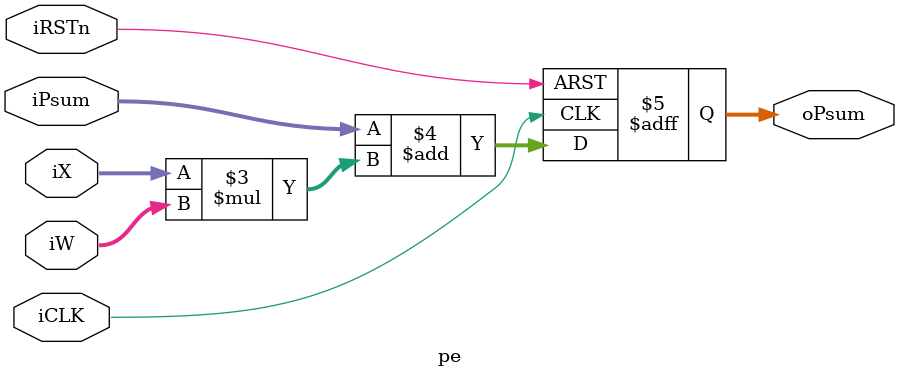
<source format=v>
module pe
#(parameter BW1 = 16, BW2 = 16)
(
    input                       iCLK,
    input                       iRSTn,
    input      signed [7:0]     iX,
    input      signed [7:0]     iW,
    input      signed [BW1-1:0] iPsum,
    output reg signed [BW2-1:0] oPsum
);

always@(posedge iCLK, negedge iRSTn) begin
    // Fill in your code here
    if (!iRSTn) begin
        oPsum <= 0;
    end
    else begin
         oPsum <= iPsum + iX * iW;
    end   
end

endmodule


</source>
